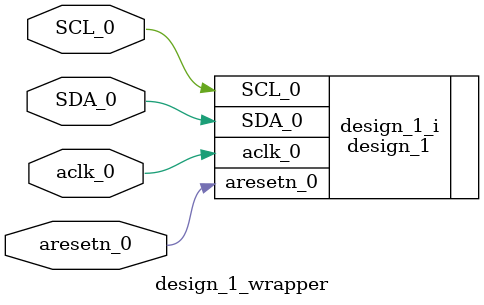
<source format=v>
`timescale 1 ps / 1 ps

module design_1_wrapper
   (SCL_0,
    SDA_0,
    aclk_0,
    aresetn_0);
  inout SCL_0;
  inout SDA_0;
  input aclk_0;
  input aresetn_0;

  wire SCL_0;
  wire SDA_0;
  wire aclk_0;
  wire aresetn_0;

  design_1 design_1_i
       (.SCL_0(SCL_0),
        .SDA_0(SDA_0),
        .aclk_0(aclk_0),
        .aresetn_0(aresetn_0));
endmodule

</source>
